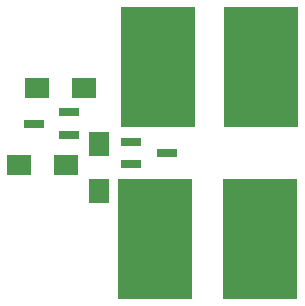
<source format=gbs>
G04 #@! TF.FileFunction,Soldermask,Bot*
%FSLAX46Y46*%
G04 Gerber Fmt 4.6, Leading zero omitted, Abs format (unit mm)*
G04 Created by KiCad (PCBNEW (2015-01-16 BZR 5376)-product) date 3/7/2015 9:36:40 PM*
%MOMM*%
G01*
G04 APERTURE LIST*
%ADD10C,0.149860*%
%ADD11R,2.000000X1.700000*%
%ADD12R,1.700000X2.000000*%
%ADD13R,1.800860X0.800100*%
%ADD14R,6.350000X10.160000*%
G04 APERTURE END LIST*
D10*
D11*
X264700000Y-136050000D03*
X260700000Y-136050000D03*
X259200000Y-142550000D03*
X263200000Y-142550000D03*
D12*
X265950000Y-140800000D03*
X265950000Y-144800000D03*
D13*
X263451140Y-138100000D03*
X263451140Y-140000000D03*
X260448860Y-139050000D03*
X268698860Y-142500000D03*
X268698860Y-140600000D03*
X271701140Y-141550000D03*
D14*
X279590000Y-148800000D03*
X270700000Y-148800000D03*
X279640000Y-134300000D03*
X270960000Y-134300000D03*
M02*

</source>
